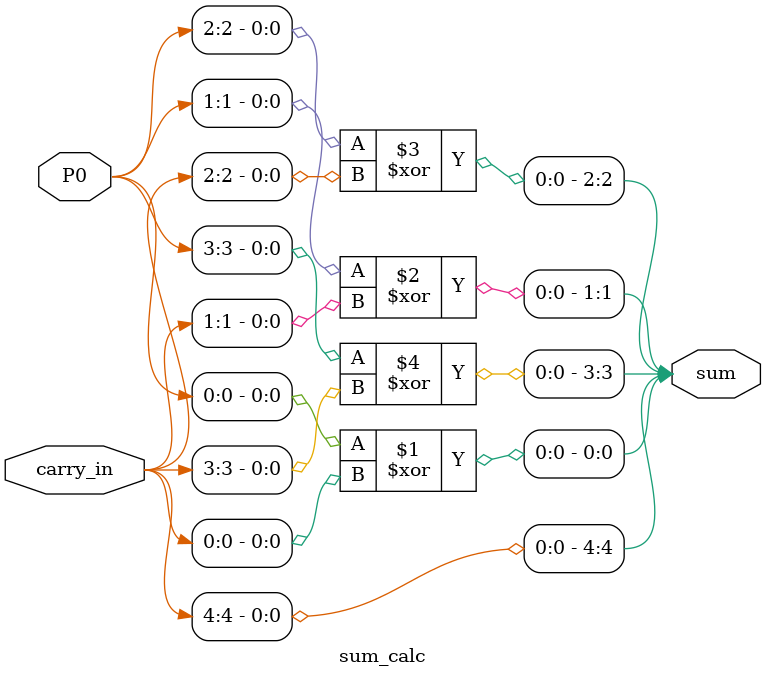
<source format=v>
module Adder_4_hierarchical(
    input [3:0] A,
    input [3:0] B,
    output [4:0] sum
);

    // Internal wires for intermediate signals
    wire [3:0] G0, P0;         // Initial Generate and Propagate signals
    wire [3:0] G1, P1;         // Stage 1 G and P signals (range size 2)
    wire [3:0] G2, P2;         // Stage 2 G and P signals (range size 4)
    wire [4:0] carry_in;       // Carry-in signals for each bit position

    // Instantiate the initial G/P generation module
    gp_gen #(
        .WIDTH(4)
    ) gp_gen_inst (
        .A(A),
        .B(B),
        .G0(G0),
        .P0(P0)
    );

    // Instantiate the first stage of Carry-Lookahead logic
    cla_stage1 cla_stage1_inst (
        .G0(G0),
        .P0(P0),
        .G1(G1),
        .P1(P1)
    );

    // Instantiate the second stage of Carry-Lookahead logic
    cla_stage2 cla_stage2_inst (
        .G1(G1),
        .P1(P1),
        .G2(G2),
        .P2(P2)
    );

    // Instantiate the module to calculate carries
    carry_calc carry_calc_inst (
        .G0(G0),
        .G1(G1),
        .G2(G2),
        .carry_in(carry_in)
    );

    // Instantiate the module to calculate the final sum bits
    sum_calc #(
        .WIDTH(4)
    ) sum_calc_inst (
        .P0(P0),
        .carry_in(carry_in),
        .sum(sum)
    );

endmodule


// Submodule to generate initial Generate (G0) and Propagate (P0) signals
// G0[i] = A[i] & B[i]
// P0[i] = A[i] ^ B[i]
module gp_gen #(
    parameter WIDTH = 4
)(
    input [WIDTH-1:0] A,
    input [WIDTH-1:0] B,
    output [WIDTH-1:0] G0,
    output [WIDTH-1:0] P0
);

    assign G0 = A & B;
    assign P0 = A ^ B;

endmodule


// Submodule for Stage 1 Carry-Lookahead logic
// Computes G1 and P1 for ranges of size 2
module cla_stage1 (
    input [3:0] G0,
    input [3:0] P0,
    output [3:0] G1,
    output [3:0] P1
);

    // i=0: Passthrough (range [0:0])
    assign G1[0] = G0[0];
    assign P1[0] = P0[0];
    // i=1: Range [1:0]
    assign G1[1] = G0[1] | (P0[1] & G0[0]);
    assign P1[1] = P0[1] & P0[0];
    // i=2: Range [2:1]
    assign G1[2] = G0[2] | (P0[2] & G0[1]);
    assign P1[2] = P0[2] & P0[1];
    // i=3: Range [3:2]
    assign G1[3] = G0[3] | (P0[3] & G0[2]);
    assign P1[3] = P0[3] & P0[2];

endmodule


// Submodule for Stage 2 Carry-Lookahead logic
// Computes G2 and P2 for ranges of size 4
module cla_stage2 (
    input [3:0] G1,
    input [3:0] P1,
    output [3:0] G2,
    output [3:0] P2
);

    // i=0: Passthrough (range [0:0])
    assign G2[0] = G1[0];
    assign P2[0] = P1[0];
    // i=1: Passthrough (range [1:0])
    assign G2[1] = G1[1];
    assign P2[1] = P1[1];
    // i=2: Range [2:0]
    assign G2[2] = G1[2] | (P1[2] & G1[0]);
    assign P2[2] = P1[2] & P1[0];
    // i=3: Range [3:0]
    assign G2[3] = G1[3] | (P1[3] & G1[1]);
    assign P2[3] = P1[3] & P1[1];

endmodule


// Submodule to calculate the carry-in signals for each bit position
// Uses G signals from different stages
module carry_calc (
    input [3:0] G0,
    input [3:0] G1,
    input [3:0] G2,
    output [4:0] carry_in
);

    assign carry_in[0] = 1'b0;  // External carry-in is 0
    assign carry_in[1] = G0[0]; // Carry into bit 1 is G over range [0:0]
    assign carry_in[2] = G1[1]; // Carry into bit 2 is G over range [1:0]
    assign carry_in[3] = G2[2]; // Carry into bit 3 is G over range [2:0]
    assign carry_in[4] = G2[3]; // Carry-out is G over range [3:0]

endmodule


// Submodule to calculate the final sum bits
// sum[i] = P0[i] ^ carry_in[i]
// sum[WIDTH] = carry_in[WIDTH] (Carry-out)
module sum_calc #(
    parameter WIDTH = 4
)(
    input [WIDTH-1:0] P0,
    input [WIDTH:0] carry_in,
    output [WIDTH:0] sum
);

    genvar i;
    generate
        for (i = 0; i < WIDTH; i = i + 1) begin : sum_bits
            assign sum[i] = P0[i] ^ carry_in[i];
        end
    endgenerate

    assign sum[WIDTH] = carry_in[WIDTH]; // Carry-out

endmodule
</source>
